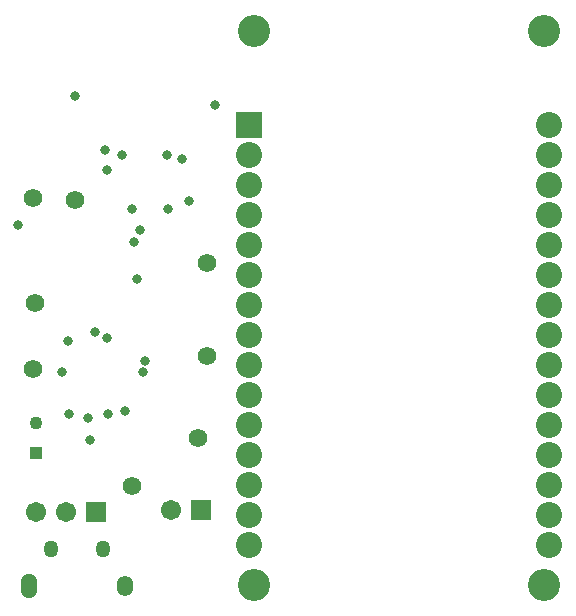
<source format=gbs>
G04*
G04 #@! TF.GenerationSoftware,Altium Limited,Altium Designer,20.0.2 (26)*
G04*
G04 Layer_Color=16711935*
%FSLAX25Y25*%
%MOIN*%
G70*
G01*
G75*
%ADD63C,0.06181*%
%ADD64R,0.06706X0.06706*%
%ADD65C,0.06706*%
%ADD66O,0.04934X0.05721*%
%ADD67O,0.05323X0.08280*%
%ADD68O,0.05323X0.06880*%
%ADD69R,0.08674X0.08674*%
%ADD70C,0.08674*%
%ADD71C,0.10711*%
%ADD72C,0.04331*%
%ADD73R,0.04331X0.04331*%
%ADD74C,0.03162*%
D63*
X140500Y367000D02*
D03*
X165500Y410500D02*
D03*
X162500Y383000D02*
D03*
X107500Y406000D02*
D03*
X165500Y441500D02*
D03*
X121500Y462500D02*
D03*
X107500Y463000D02*
D03*
X108000Y428000D02*
D03*
D64*
X128500Y358500D02*
D03*
X163500Y359000D02*
D03*
D65*
X118500Y358500D02*
D03*
X108500D02*
D03*
X153500Y359000D02*
D03*
D66*
X113240Y346152D02*
D03*
X130760D02*
D03*
D67*
X105907Y333848D02*
D03*
D68*
X138093D02*
D03*
D69*
X179500Y487500D02*
D03*
D70*
Y477500D02*
D03*
Y467500D02*
D03*
Y457500D02*
D03*
Y447500D02*
D03*
Y437500D02*
D03*
Y427500D02*
D03*
Y417500D02*
D03*
Y407500D02*
D03*
Y397500D02*
D03*
Y387500D02*
D03*
Y377500D02*
D03*
Y367500D02*
D03*
Y357500D02*
D03*
Y347500D02*
D03*
X279500Y487500D02*
D03*
Y477500D02*
D03*
Y467500D02*
D03*
Y457500D02*
D03*
Y447500D02*
D03*
Y437500D02*
D03*
Y427500D02*
D03*
Y417500D02*
D03*
Y407500D02*
D03*
Y397500D02*
D03*
Y387500D02*
D03*
Y377500D02*
D03*
Y367500D02*
D03*
Y357500D02*
D03*
Y347500D02*
D03*
D71*
X181154Y333996D02*
D03*
X277650D02*
D03*
Y518839D02*
D03*
X181154D02*
D03*
D72*
X108500Y387921D02*
D03*
D73*
Y378079D02*
D03*
D74*
X137000Y477500D02*
D03*
X132000Y472500D02*
D03*
X131500Y479000D02*
D03*
X142000Y436000D02*
D03*
X121500Y497000D02*
D03*
X141000Y448500D02*
D03*
X168000Y494000D02*
D03*
X159244Y462125D02*
D03*
X157000Y476000D02*
D03*
X117000Y405000D02*
D03*
X152000Y477500D02*
D03*
X119000Y415500D02*
D03*
X152500Y459500D02*
D03*
X126311Y382311D02*
D03*
X119500Y391000D02*
D03*
X128041Y418541D02*
D03*
X144781Y408718D02*
D03*
X138000Y391995D02*
D03*
X132500Y391000D02*
D03*
X144000Y405000D02*
D03*
X132000Y416500D02*
D03*
X125583Y389750D02*
D03*
X102500Y454000D02*
D03*
X143000Y452500D02*
D03*
X140500Y459500D02*
D03*
M02*

</source>
